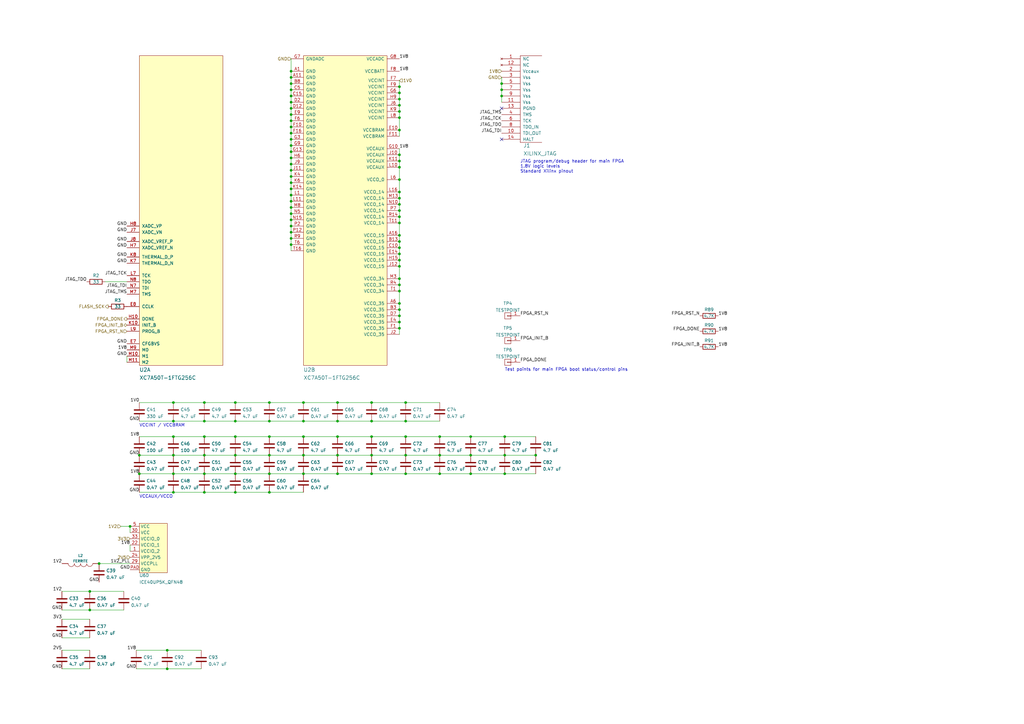
<source format=kicad_sch>
(kicad_sch (version 20211123) (generator eeschema)
  (paper "A3")
  (title_block (title "Digitizer board") (date "2023-01-31") (rev "0.1") (company "A. Zonenberg"))
  (junction (at 163.83 127))
  (junction (at 163.83 96.52))
  (junction (at 119.38 41.91))
  (junction (at 119.38 77.47))
  (junction (at 119.38 52.07))
  (junction (at 83.82 165.1))
  (junction (at 110.49 179.07))
  (junction (at 124.46 172.72))
  (junction (at 163.83 101.6))
  (junction (at 163.83 124.46))
  (junction (at 152.4 194.31))
  (junction (at 71.12 179.07))
  (junction (at 163.83 99.06))
  (junction (at 166.37 194.31))
  (junction (at 36.83 250.19))
  (junction (at 205.74 34.29))
  (junction (at 163.83 38.1))
  (junction (at 119.38 82.55))
  (junction (at 119.38 31.75))
  (junction (at 152.4 172.72))
  (junction (at 205.74 39.37))
  (junction (at 71.12 172.72))
  (junction (at 163.83 66.04))
  (junction (at 83.82 172.72))
  (junction (at 71.12 165.1))
  (junction (at 96.52 186.69))
  (junction (at 53.34 215.9))
  (junction (at 152.4 186.69))
  (junction (at 119.38 90.17))
  (junction (at 96.52 165.1))
  (junction (at 71.12 194.31))
  (junction (at 163.83 134.62))
  (junction (at 96.52 201.93))
  (junction (at 163.83 63.5))
  (junction (at 163.83 104.14))
  (junction (at 68.58 266.7))
  (junction (at 163.83 119.38))
  (junction (at 119.38 95.25))
  (junction (at 193.04 194.31))
  (junction (at 83.82 201.93))
  (junction (at 163.83 45.72))
  (junction (at 163.83 91.44))
  (junction (at 163.83 116.84))
  (junction (at 119.38 92.71))
  (junction (at 166.37 179.07))
  (junction (at 71.12 186.69))
  (junction (at 83.82 194.31))
  (junction (at 138.43 165.1))
  (junction (at 119.38 36.83))
  (junction (at 207.01 186.69))
  (junction (at 163.83 109.22))
  (junction (at 124.46 194.31))
  (junction (at 163.83 114.3))
  (junction (at 163.83 88.9))
  (junction (at 119.38 49.53))
  (junction (at 193.04 186.69))
  (junction (at 163.83 83.82))
  (junction (at 163.83 35.56))
  (junction (at 83.82 179.07))
  (junction (at 219.71 186.69))
  (junction (at 152.4 179.07))
  (junction (at 119.38 69.85))
  (junction (at 207.01 194.31))
  (junction (at 83.82 186.69))
  (junction (at 119.38 87.63))
  (junction (at 110.49 201.93))
  (junction (at 119.38 100.33))
  (junction (at 96.52 194.31))
  (junction (at 119.38 59.69))
  (junction (at 119.38 74.93))
  (junction (at 163.83 86.36))
  (junction (at 119.38 62.23))
  (junction (at 124.46 165.1))
  (junction (at 119.38 29.21))
  (junction (at 163.83 78.74))
  (junction (at 163.83 129.54))
  (junction (at 166.37 172.72))
  (junction (at 68.58 274.32))
  (junction (at 124.46 186.69))
  (junction (at 119.38 57.15))
  (junction (at 57.15 186.69))
  (junction (at 138.43 186.69))
  (junction (at 96.52 179.07))
  (junction (at 110.49 165.1))
  (junction (at 119.38 67.31))
  (junction (at 163.83 43.18))
  (junction (at 119.38 97.79))
  (junction (at 57.15 194.31))
  (junction (at 193.04 179.07))
  (junction (at 119.38 39.37))
  (junction (at 96.52 172.72))
  (junction (at 110.49 172.72))
  (junction (at 138.43 172.72))
  (junction (at 163.83 48.26))
  (junction (at 71.12 201.93))
  (junction (at 138.43 194.31))
  (junction (at 119.38 80.01))
  (junction (at 180.34 186.69))
  (junction (at 36.83 242.57))
  (junction (at 180.34 179.07))
  (junction (at 119.38 34.29))
  (junction (at 180.34 194.31))
  (junction (at 119.38 46.99))
  (junction (at 205.74 36.83))
  (junction (at 110.49 194.31))
  (junction (at 163.83 81.28))
  (junction (at 119.38 44.45))
  (junction (at 119.38 72.39))
  (junction (at 207.01 179.07))
  (junction (at 163.83 73.66))
  (junction (at 119.38 54.61))
  (junction (at 119.38 64.77))
  (junction (at 152.4 165.1))
  (junction (at 119.38 85.09))
  (junction (at 138.43 179.07))
  (junction (at 163.83 40.64))
  (junction (at 163.83 132.08))
  (junction (at 163.83 68.58))
  (junction (at 163.83 53.34))
  (junction (at 166.37 186.69))
  (junction (at 163.83 106.68))
  (junction (at 166.37 165.1))
  (junction (at 40.64 231.14))
  (junction (at 124.46 179.07))
  (junction (at 110.49 186.69))
  (no_connect (at 205.74 44.45))
  (no_connect (at 205.74 57.15))
  (wire (pts (xy 25.4 254) (xy 36.83 254)))
  (wire (pts (xy 25.4 250.19) (xy 36.83 250.19)))
  (wire (pts (xy 152.4 194.31) (xy 166.37 194.31)))
  (wire (pts (xy 96.52 186.69) (xy 110.49 186.69)))
  (wire (pts (xy 124.46 179.07) (xy 138.43 179.07)))
  (wire (pts (xy 152.4 186.69) (xy 166.37 186.69)))
  (wire (pts (xy 138.43 172.72) (xy 152.4 172.72)))
  (wire (pts (xy 193.04 179.07) (xy 207.01 179.07)))
  (wire (pts (xy 163.83 66.04) (xy 163.83 68.58)))
  (wire (pts (xy 124.46 172.72) (xy 138.43 172.72)))
  (wire (pts (xy 163.83 119.38) (xy 163.83 124.46)))
  (wire (pts (xy 119.38 87.63) (xy 119.38 90.17)))
  (wire (pts (xy 205.74 39.37) (xy 205.74 41.91)))
  (wire (pts (xy 57.15 172.72) (xy 71.12 172.72)))
  (wire (pts (xy 57.15 194.31) (xy 71.12 194.31)))
  (wire (pts (xy 193.04 194.31) (xy 207.01 194.31)))
  (wire (pts (xy 152.4 165.1) (xy 166.37 165.1)))
  (wire (pts (xy 119.38 72.39) (xy 119.38 74.93)))
  (wire (pts (xy 119.38 24.13) (xy 119.38 29.21)))
  (wire (pts (xy 138.43 194.31) (xy 152.4 194.31)))
  (wire (pts (xy 110.49 172.72) (xy 124.46 172.72)))
  (wire (pts (xy 166.37 172.72) (xy 180.34 172.72)))
  (wire (pts (xy 36.83 250.19) (xy 50.8 250.19)))
  (wire (pts (xy 110.49 201.93) (xy 124.46 201.93)))
  (wire (pts (xy 119.38 67.31) (xy 119.38 69.85)))
  (wire (pts (xy 83.82 201.93) (xy 96.52 201.93)))
  (wire (pts (xy 163.83 127) (xy 163.83 129.54)))
  (wire (pts (xy 83.82 186.69) (xy 96.52 186.69)))
  (wire (pts (xy 119.38 41.91) (xy 119.38 44.45)))
  (wire (pts (xy 119.38 34.29) (xy 119.38 36.83)))
  (wire (pts (xy 110.49 194.31) (xy 124.46 194.31)))
  (wire (pts (xy 166.37 194.31) (xy 180.34 194.31)))
  (wire (pts (xy 205.74 31.75) (xy 205.74 34.29)))
  (wire (pts (xy 163.83 99.06) (xy 163.83 101.6)))
  (wire (pts (xy 119.38 29.21) (xy 119.38 31.75)))
  (wire (pts (xy 163.83 48.26) (xy 163.83 53.34)))
  (wire (pts (xy 110.49 179.07) (xy 124.46 179.07)))
  (wire (pts (xy 25.4 266.7) (xy 36.83 266.7)))
  (wire (pts (xy 124.46 165.1) (xy 138.43 165.1)))
  (wire (pts (xy 119.38 46.99) (xy 119.38 49.53)))
  (wire (pts (xy 163.83 60.96) (xy 163.83 63.5)))
  (wire (pts (xy 53.34 215.9) (xy 53.34 218.44)))
  (wire (pts (xy 110.49 165.1) (xy 124.46 165.1)))
  (wire (pts (xy 43.18 115.57) (xy 52.07 115.57)))
  (wire (pts (xy 83.82 165.1) (xy 96.52 165.1)))
  (wire (pts (xy 119.38 85.09) (xy 119.38 87.63)))
  (wire (pts (xy 119.38 39.37) (xy 119.38 41.91)))
  (wire (pts (xy 152.4 179.07) (xy 166.37 179.07)))
  (wire (pts (xy 71.12 201.93) (xy 83.82 201.93)))
  (wire (pts (xy 71.12 179.07) (xy 83.82 179.07)))
  (wire (pts (xy 119.38 90.17) (xy 119.38 92.71)))
  (wire (pts (xy 96.52 194.31) (xy 110.49 194.31)))
  (wire (pts (xy 119.38 31.75) (xy 119.38 34.29)))
  (wire (pts (xy 163.83 91.44) (xy 163.83 96.52)))
  (wire (pts (xy 205.74 34.29) (xy 205.74 36.83)))
  (wire (pts (xy 163.83 68.58) (xy 163.83 73.66)))
  (wire (pts (xy 119.38 54.61) (xy 119.38 57.15)))
  (wire (pts (xy 68.58 274.32) (xy 82.55 274.32)))
  (wire (pts (xy 207.01 194.31) (xy 219.71 194.31)))
  (wire (pts (xy 119.38 82.55) (xy 119.38 85.09)))
  (wire (pts (xy 163.83 96.52) (xy 163.83 99.06)))
  (wire (pts (xy 52.07 146.05) (xy 52.07 148.59)))
  (wire (pts (xy 71.12 165.1) (xy 83.82 165.1)))
  (wire (pts (xy 138.43 186.69) (xy 152.4 186.69)))
  (wire (pts (xy 207.01 179.07) (xy 219.71 179.07)))
  (wire (pts (xy 119.38 62.23) (xy 119.38 64.77)))
  (wire (pts (xy 163.83 132.08) (xy 163.83 134.62)))
  (wire (pts (xy 163.83 86.36) (xy 163.83 88.9)))
  (wire (pts (xy 163.83 40.64) (xy 163.83 43.18)))
  (wire (pts (xy 55.88 266.7) (xy 68.58 266.7)))
  (wire (pts (xy 163.83 101.6) (xy 163.83 104.14)))
  (wire (pts (xy 71.12 194.31) (xy 83.82 194.31)))
  (wire (pts (xy 152.4 172.72) (xy 166.37 172.72)))
  (wire (pts (xy 68.58 266.7) (xy 82.55 266.7)))
  (wire (pts (xy 163.83 104.14) (xy 163.83 106.68)))
  (wire (pts (xy 25.4 261.62) (xy 36.83 261.62)))
  (wire (pts (xy 57.15 179.07) (xy 71.12 179.07)))
  (wire (pts (xy 71.12 172.72) (xy 83.82 172.72)))
  (wire (pts (xy 163.83 33.02) (xy 163.83 35.56)))
  (wire (pts (xy 119.38 100.33) (xy 119.38 102.87)))
  (wire (pts (xy 180.34 186.69) (xy 193.04 186.69)))
  (wire (pts (xy 163.83 129.54) (xy 163.83 132.08)))
  (wire (pts (xy 163.83 88.9) (xy 163.83 91.44)))
  (wire (pts (xy 124.46 186.69) (xy 138.43 186.69)))
  (wire (pts (xy 163.83 43.18) (xy 163.83 45.72)))
  (wire (pts (xy 163.83 106.68) (xy 163.83 109.22)))
  (wire (pts (xy 57.15 186.69) (xy 71.12 186.69)))
  (wire (pts (xy 55.88 274.32) (xy 68.58 274.32)))
  (wire (pts (xy 207.01 186.69) (xy 219.71 186.69)))
  (wire (pts (xy 180.34 194.31) (xy 193.04 194.31)))
  (wire (pts (xy 163.83 63.5) (xy 163.83 66.04)))
  (wire (pts (xy 163.83 114.3) (xy 163.83 116.84)))
  (wire (pts (xy 119.38 59.69) (xy 119.38 62.23)))
  (wire (pts (xy 53.34 223.52) (xy 53.34 226.06)))
  (wire (pts (xy 119.38 52.07) (xy 119.38 54.61)))
  (wire (pts (xy 163.83 45.72) (xy 163.83 48.26)))
  (wire (pts (xy 83.82 172.72) (xy 96.52 172.72)))
  (wire (pts (xy 163.83 134.62) (xy 163.83 137.16)))
  (wire (pts (xy 96.52 179.07) (xy 110.49 179.07)))
  (wire (pts (xy 119.38 57.15) (xy 119.38 59.69)))
  (wire (pts (xy 163.83 116.84) (xy 163.83 119.38)))
  (wire (pts (xy 163.83 81.28) (xy 163.83 83.82)))
  (wire (pts (xy 163.83 35.56) (xy 163.83 38.1)))
  (wire (pts (xy 163.83 38.1) (xy 163.83 40.64)))
  (wire (pts (xy 166.37 186.69) (xy 180.34 186.69)))
  (wire (pts (xy 119.38 95.25) (xy 119.38 97.79)))
  (wire (pts (xy 205.74 36.83) (xy 205.74 39.37)))
  (wire (pts (xy 119.38 80.01) (xy 119.38 82.55)))
  (wire (pts (xy 193.04 186.69) (xy 207.01 186.69)))
  (wire (pts (xy 119.38 36.83) (xy 119.38 39.37)))
  (wire (pts (xy 96.52 201.93) (xy 110.49 201.93)))
  (wire (pts (xy 96.52 165.1) (xy 110.49 165.1)))
  (wire (pts (xy 96.52 172.72) (xy 110.49 172.72)))
  (wire (pts (xy 40.64 231.14) (xy 53.34 231.14)))
  (wire (pts (xy 124.46 194.31) (xy 138.43 194.31)))
  (wire (pts (xy 119.38 77.47) (xy 119.38 80.01)))
  (wire (pts (xy 36.83 242.57) (xy 50.8 242.57)))
  (wire (pts (xy 119.38 97.79) (xy 119.38 100.33)))
  (wire (pts (xy 138.43 165.1) (xy 152.4 165.1)))
  (wire (pts (xy 138.43 179.07) (xy 152.4 179.07)))
  (wire (pts (xy 119.38 64.77) (xy 119.38 67.31)))
  (wire (pts (xy 163.83 109.22) (xy 163.83 114.3)))
  (wire (pts (xy 119.38 92.71) (xy 119.38 95.25)))
  (wire (pts (xy 163.83 78.74) (xy 163.83 81.28)))
  (wire (pts (xy 180.34 179.07) (xy 193.04 179.07)))
  (wire (pts (xy 119.38 74.93) (xy 119.38 77.47)))
  (wire (pts (xy 163.83 73.66) (xy 163.83 78.74)))
  (wire (pts (xy 163.83 53.34) (xy 163.83 55.88)))
  (wire (pts (xy 71.12 186.69) (xy 83.82 186.69)))
  (wire (pts (xy 49.53 215.9) (xy 53.34 215.9)))
  (wire (pts (xy 25.4 242.57) (xy 36.83 242.57)))
  (wire (pts (xy 166.37 165.1) (xy 180.34 165.1)))
  (wire (pts (xy 25.4 274.32) (xy 36.83 274.32)))
  (wire (pts (xy 57.15 201.93) (xy 71.12 201.93)))
  (wire (pts (xy 163.83 83.82) (xy 163.83 86.36)))
  (wire (pts (xy 83.82 179.07) (xy 96.52 179.07)))
  (wire (pts (xy 119.38 44.45) (xy 119.38 46.99)))
  (wire (pts (xy 119.38 49.53) (xy 119.38 52.07)))
  (wire (pts (xy 163.83 124.46) (xy 163.83 127)))
  (wire (pts (xy 119.38 69.85) (xy 119.38 72.39)))
  (wire (pts (xy 110.49 186.69) (xy 124.46 186.69)))
  (wire (pts (xy 166.37 179.07) (xy 180.34 179.07)))
  (wire (pts (xy 83.82 194.31) (xy 96.52 194.31)))
  (wire (pts (xy 57.15 165.1) (xy 71.12 165.1)))
  (text "JTAG program/debug header for main FPGA\n1.8V logic levels\nStandard Xilinx pinout" (at 213.36 71.12 0) (effects (font (size 1.27 1.27)) (justify left bottom)))
  (text "Test points for main FPGA boot status/control pins" (at 207.01 152.4 0) (effects (font (size 1.27 1.27)) (justify left bottom)))
  (text "VCCINT / VCCBRAM" (at 57.15 175.26 0) (effects (font (size 1.27 1.27)) (justify left bottom)))
  (text "VCCAUX/VCCO" (at 57.15 204.47 0) (effects (font (size 1.27 1.27)) (justify left bottom)))
  (label "GND" (at 52.07 95.25 180))
  (label "1V0" (at 57.15 165.1 180))
  (label "FPGA_RST_N" (at 213.36 129.54 0))
  (label "1V8" (at 52.07 143.51 180))
  (label "GND" (at 53.34 233.68 180))
  (label "GND" (at 52.07 92.71 180))
  (label "FPGA_DONE" (at 213.36 148.59 0))
  (label "JTAG_TMS" (at 205.74 46.99 180))
  (label "1V2_PLL" (at 53.34 231.14 180))
  (label "GND" (at 57.15 172.72 180))
  (label "JTAG_TCK" (at 52.07 113.03 180))
  (label "JTAG_TMS" (at 52.07 120.65 180))
  (label "JTAG_TDO" (at 35.56 115.57 180))
  (label "1V2" (at 25.4 242.57 180))
  (label "3V3" (at 25.4 254 180))
  (label "GND" (at 52.07 105.41 180))
  (label "GND" (at 25.4 261.62 180))
  (label "1V8" (at 163.83 24.13 0))
  (label "1V8" (at 57.15 179.07 180))
  (label "FPGA_INIT_B" (at 287.02 142.24 180))
  (label "GND" (at 55.88 274.32 180))
  (label "JTAG_TDO" (at 205.74 52.07 180))
  (label "GND" (at 52.07 140.97 180))
  (label "GND" (at 25.4 250.19 180))
  (label "1V8" (at 163.83 60.96 0))
  (label "GND" (at 40.64 238.76 180))
  (label "1V8" (at 53.34 223.52 180))
  (label "FPGA_DONE" (at 287.02 135.89 180))
  (label "1V2" (at 25.4 231.14 180))
  (label "FPGA_RST_N" (at 287.02 129.54 180))
  (label "GND" (at 52.07 101.6 180))
  (label "GND" (at 57.15 186.69 180))
  (label "GND" (at 52.07 99.06 180))
  (label "FPGA_INIT_B" (at 213.36 139.7 0))
  (label "JTAG_TCK" (at 205.74 49.53 180))
  (label "2V5" (at 25.4 266.7 180))
  (label "GND" (at 57.15 201.93 180))
  (label "1V8" (at 55.88 266.7 180))
  (label "1V8" (at 294.64 135.89 0))
  (label "1V8" (at 294.64 142.24 0))
  (label "JTAG_TDI" (at 52.07 118.11 180))
  (label "JTAG_TDI" (at 205.74 54.61 180))
  (label "GND" (at 25.4 274.32 180))
  (label "GND" (at 52.07 107.95 180))
  (label "1V8" (at 163.83 29.21 0))
  (label "GND" (at 52.07 146.05 180))
  (label "1V8" (at 294.64 129.54 0))
  (label "1V8" (at 57.15 194.31 180))
  (hierarchical_label "1V0" (shape input) (at 163.83 33.02 0))
  (hierarchical_label "FPGA_INIT_B" (shape bidirectional) (at 52.07 133.35 180))
  (hierarchical_label "1V8" (shape input) (at 205.74 29.21 180))
  (hierarchical_label "FLASH_SCK" (shape output) (at 44.45 125.73 180))
  (hierarchical_label "GND" (shape input) (at 119.38 24.13 180))
  (hierarchical_label "FPGA_RST_N" (shape input) (at 52.07 135.89 180))
  (hierarchical_label "FPGA_DONE" (shape output) (at 52.07 130.81 180))
  (hierarchical_label "3V3" (shape input) (at 53.34 220.98 180))
  (hierarchical_label "GND" (shape input) (at 205.74 31.75 180))
  (hierarchical_label "2V5" (shape input) (at 53.34 228.6 180))
  (hierarchical_label "1V2" (shape input) (at 49.53 215.9 180))
  (symbol (lib_id "device:C") (at 152.4 182.88 0) (unit 1)
    (property "Reference" "C69" (at 155.321 181.9715 0) (effects (justify left)))
    (property "Value" "4.7 uF" (at 155.321 184.7466 0) (effects (justify left)))
    (property "Footprint" "azonenberg_pcb:EIA_0603_CAP_NOSILK" (effects hide))
  )
  (symbol (lib_id "device:C") (at 124.46 190.5 0) (unit 1)
    (property "Reference" "C63" (at 127.381 189.5915 0) (effects (justify left)))
    (property "Value" "0.47 uF" (at 127.381 192.3666 0) (effects (justify left)))
    (property "Footprint" "azonenberg_pcb:EIA_0402_CAP_NOSILK" (effects hide))
  )
  (symbol (lib_id "conn:CONN_01X01") (at 208.28 148.59 180) (unit 1)
    (property "Reference" "TP6" (at 208.28 143.4805 0))
    (property "Value" "TESTPOINT" (at 208.28 146.2556 0))
    (property "Footprint" "azonenberg_pcb:TESTPOINT_SMT_0.5MM" (effects hide))
  )
  (symbol (lib_id "device:C") (at 36.83 257.81 0) (unit 1)
    (property "Reference" "C37" (at 39.751 256.9015 0) (effects (justify left)))
    (property "Value" "0.47 uF" (at 39.751 259.6766 0) (effects (justify left)))
    (property "Footprint" "azonenberg_pcb:EIA_0402_CAP_NOSILK" (effects hide))
  )
  (symbol (lib_id "device:C") (at 25.4 246.38 0) (unit 1)
    (property "Reference" "C33" (at 28.321 245.4715 0) (effects (justify left)))
    (property "Value" "4.7 uF" (at 28.321 248.2466 0) (effects (justify left)))
    (property "Footprint" "azonenberg_pcb:EIA_0603_CAP_NOSILK" (effects hide))
  )
  (symbol (lib_id "device:C") (at 124.46 198.12 0) (unit 1)
    (property "Reference" "C64" (at 127.381 197.2115 0) (effects (justify left)))
    (property "Value" "0.47 uF" (at 127.381 199.9866 0) (effects (justify left)))
    (property "Footprint" "azonenberg_pcb:EIA_0402_CAP_NOSILK" (effects hide))
  )
  (symbol (lib_id "device:R") (at 290.83 129.54 90) (unit 1)
    (property "Reference" "R89" (at 290.83 127 90))
    (property "Value" "4.7K" (at 290.83 129.54 90))
    (property "Footprint" "azonenberg_pcb:EIA_0402_RES_NOSILK" (effects hide))
  )
  (symbol (lib_id "device:R") (at 290.83 135.89 90) (unit 1)
    (property "Reference" "R90" (at 290.83 133.35 90))
    (property "Value" "4.7K" (at 290.83 135.89 90))
    (property "Footprint" "azonenberg_pcb:EIA_0402_RES_NOSILK" (effects hide))
  )
  (symbol (lib_id "device:C") (at 55.88 270.51 0) (unit 1)
    (property "Reference" "C91" (at 58.801 269.6015 0) (effects (justify left)))
    (property "Value" "4.7 uF" (at 58.801 272.3766 0) (effects (justify left)))
    (property "Footprint" "azonenberg_pcb:EIA_0603_CAP_NOSILK" (effects hide))
  )
  (symbol (lib_id "device:C") (at 110.49 182.88 0) (unit 1)
    (property "Reference" "C58" (at 113.411 181.9715 0) (effects (justify left)))
    (property "Value" "4.7 uF" (at 113.411 184.7466 0) (effects (justify left)))
    (property "Footprint" "azonenberg_pcb:EIA_0603_CAP_NOSILK" (effects hide))
  )
  (symbol (lib_id "device:C") (at 50.8 246.38 0) (unit 1)
    (property "Reference" "C40" (at 53.721 245.4715 0) (effects (justify left)))
    (property "Value" "0.47 uF" (at 53.721 248.2466 0) (effects (justify left)))
    (property "Footprint" "azonenberg_pcb:EIA_0402_CAP_NOSILK" (effects hide))
  )
  (symbol (lib_id "xilinx-azonenberg:XILINX_JTAG") (at 205.74 57.15 0) (unit 1)
    (property "Reference" "J1" (at 214.63 59.69 0) (effects (font (size 1.524 1.524)) (justify left)))
    (property "Value" "XILINX_JTAG" (at 214.63 62.969 0) (effects (font (size 1.524 1.524)) (justify left)))
    (property "Footprint" "azonenberg_pcb:XILINX_JTAG_PTH_MOLEX_0878311420" (effects hide))
  )
  (symbol (lib_id "device:C") (at 83.82 198.12 0) (unit 1)
    (property "Reference" "C52" (at 86.741 197.2115 0) (effects (justify left)))
    (property "Value" "0.47 uF" (at 86.741 199.9866 0) (effects (justify left)))
    (property "Footprint" "azonenberg_pcb:EIA_0402_CAP_NOSILK" (effects hide))
  )
  (symbol (lib_id "device:C") (at 71.12 198.12 0) (unit 1)
    (property "Reference" "C48" (at 74.041 197.2115 0) (effects (justify left)))
    (property "Value" "0.47 uF" (at 74.041 199.9866 0) (effects (justify left)))
    (property "Footprint" "azonenberg_pcb:EIA_0402_CAP_NOSILK" (effects hide))
  )
  (symbol (lib_id "device:C") (at 71.12 190.5 0) (unit 1)
    (property "Reference" "C47" (at 74.041 189.5915 0) (effects (justify left)))
    (property "Value" "0.47 uF" (at 74.041 192.3666 0) (effects (justify left)))
    (property "Footprint" "azonenberg_pcb:EIA_0402_CAP_NOSILK" (effects hide))
  )
  (symbol (lib_id "passive-azonenberg:INDUCTOR_PWROUT") (at 33.02 231.14 270) (unit 1)
    (property "Reference" "L2" (at 33.02 227.8652 90) (effects (font (size 1.016 1.016))))
    (property "Value" "FERRITE" (at 33.02 230.136 90) (effects (font (size 1.016 1.016))))
    (property "Footprint" "azonenberg_pcb:EIA_0603_INDUCTOR_NOSILK" (effects hide))
  )
  (symbol (lib_id "device:C") (at 166.37 168.91 0) (unit 1)
    (property "Reference" "C71" (at 169.291 168.0015 0) (effects (justify left)))
    (property "Value" "0.47 uF" (at 169.291 170.7766 0) (effects (justify left)))
    (property "Footprint" "azonenberg_pcb:EIA_0402_CAP_NOSILK" (effects hide))
  )
  (symbol (lib_id "device:C") (at 82.55 270.51 0) (unit 1)
    (property "Reference" "C93" (at 85.471 269.6015 0) (effects (justify left)))
    (property "Value" "0.47 uF" (at 85.471 272.3766 0) (effects (justify left)))
    (property "Footprint" "azonenberg_pcb:EIA_0402_CAP_NOSILK" (effects hide))
  )
  (symbol (lib_id "device:C") (at 110.49 198.12 0) (unit 1)
    (property "Reference" "C60" (at 113.411 197.2115 0) (effects (justify left)))
    (property "Value" "0.47 uF" (at 113.411 199.9866 0) (effects (justify left)))
    (property "Footprint" "azonenberg_pcb:EIA_0402_CAP_NOSILK" (effects hide))
  )
  (symbol (lib_id "device:C") (at 180.34 168.91 0) (unit 1)
    (property "Reference" "C74" (at 183.261 168.0015 0) (effects (justify left)))
    (property "Value" "0.47 uF" (at 183.261 170.7766 0) (effects (justify left)))
    (property "Footprint" "azonenberg_pcb:EIA_0402_CAP_NOSILK" (effects hide))
  )
  (symbol (lib_id "device:C") (at 96.52 182.88 0) (unit 1)
    (property "Reference" "C54" (at 99.441 181.9715 0) (effects (justify left)))
    (property "Value" "4.7 uF" (at 99.441 184.7466 0) (effects (justify left)))
    (property "Footprint" "azonenberg_pcb:EIA_0603_CAP_NOSILK" (effects hide))
  )
  (symbol (lib_id "device:C") (at 25.4 270.51 0) (unit 1)
    (property "Reference" "C35" (at 28.321 269.6015 0) (effects (justify left)))
    (property "Value" "4.7 uF" (at 28.321 272.3766 0) (effects (justify left)))
    (property "Footprint" "azonenberg_pcb:EIA_0603_CAP_NOSILK" (effects hide))
  )
  (symbol (lib_id "device:C") (at 25.4 257.81 0) (unit 1)
    (property "Reference" "C34" (at 28.321 256.9015 0) (effects (justify left)))
    (property "Value" "4.7 uF" (at 28.321 259.6766 0) (effects (justify left)))
    (property "Footprint" "azonenberg_pcb:EIA_0603_CAP_NOSILK" (effects hide))
  )
  (symbol (lib_id "device:C") (at 57.15 182.88 0) (unit 1)
    (property "Reference" "C42" (at 60.071 181.9715 0) (effects (justify left)))
    (property "Value" "100 uF" (at 60.071 184.7466 0) (effects (justify left)))
    (property "Footprint" "azonenberg_pcb:EIA_1206_CAP_NOSILK" (effects hide))
  )
  (symbol (lib_id "device:C") (at 219.71 190.5 0) (unit 1)
    (property "Reference" "C82" (at 222.631 189.5915 0) (effects (justify left)))
    (property "Value" "0.47 uF" (at 222.631 192.3666 0) (effects (justify left)))
    (property "Footprint" "azonenberg_pcb:EIA_0402_CAP_NOSILK" (effects hide))
  )
  (symbol (lib_id "device:C") (at 193.04 190.5 0) (unit 1)
    (property "Reference" "C78" (at 195.961 189.5915 0) (effects (justify left)))
    (property "Value" "0.47 uF" (at 195.961 192.3666 0) (effects (justify left)))
    (property "Footprint" "azonenberg_pcb:EIA_0402_CAP_NOSILK" (effects hide))
  )
  (symbol (lib_id "device:C") (at 57.15 198.12 0) (unit 1)
    (property "Reference" "C44" (at 60.071 197.2115 0) (effects (justify left)))
    (property "Value" "0.47 uF" (at 60.071 199.9866 0) (effects (justify left)))
    (property "Footprint" "azonenberg_pcb:EIA_0402_CAP_NOSILK" (effects hide))
  )
  (symbol (lib_id "device:C") (at 152.4 190.5 0) (unit 1)
    (property "Reference" "C70" (at 155.321 189.5915 0) (effects (justify left)))
    (property "Value" "0.47 uF" (at 155.321 192.3666 0) (effects (justify left)))
    (property "Footprint" "azonenberg_pcb:EIA_0402_CAP_NOSILK" (effects hide))
  )
  (symbol (lib_id "device:C") (at 110.49 190.5 0) (unit 1)
    (property "Reference" "C59" (at 113.411 189.5915 0) (effects (justify left)))
    (property "Value" "0.47 uF" (at 113.411 192.3666 0) (effects (justify left)))
    (property "Footprint" "azonenberg_pcb:EIA_0402_CAP_NOSILK" (effects hide))
  )
  (symbol (lib_id "conn:CONN_01X01") (at 208.28 139.7 180) (unit 1)
    (property "Reference" "TP5" (at 208.28 134.5905 0))
    (property "Value" "TESTPOINT" (at 208.28 137.3656 0))
    (property "Footprint" "azonenberg_pcb:TESTPOINT_SMT_0.5MM" (effects hide))
  )
  (symbol (lib_id "device:C") (at 57.15 190.5 0) (unit 1)
    (property "Reference" "C43" (at 60.071 189.5915 0) (effects (justify left)))
    (property "Value" "0.47 uF" (at 60.071 192.3666 0) (effects (justify left)))
    (property "Footprint" "azonenberg_pcb:EIA_0402_CAP_NOSILK" (effects hide))
  )
  (symbol (lib_id "device:C") (at 219.71 182.88 0) (unit 1)
    (property "Reference" "C81" (at 222.631 181.9715 0) (effects (justify left)))
    (property "Value" "4.7 uF" (at 222.631 184.7466 0) (effects (justify left)))
    (property "Footprint" "azonenberg_pcb:EIA_0603_CAP_NOSILK" (effects hide))
  )
  (symbol (lib_id "device:C") (at 96.52 168.91 0) (unit 1)
    (property "Reference" "C53" (at 99.441 168.0015 0) (effects (justify left)))
    (property "Value" "4.7 uF" (at 99.441 170.7766 0) (effects (justify left)))
    (property "Footprint" "azonenberg_pcb:EIA_0603_CAP_NOSILK" (effects hide))
  )
  (symbol (lib_id "device:C") (at 110.49 168.91 0) (unit 1)
    (property "Reference" "C57" (at 113.411 168.0015 0) (effects (justify left)))
    (property "Value" "0.47 uF" (at 113.411 170.7766 0) (effects (justify left)))
    (property "Footprint" "azonenberg_pcb:EIA_0402_CAP_NOSILK" (effects hide))
  )
  (symbol (lib_id "device:C") (at 138.43 190.5 0) (unit 1)
    (property "Reference" "C67" (at 141.351 189.5915 0) (effects (justify left)))
    (property "Value" "0.47 uF" (at 141.351 192.3666 0) (effects (justify left)))
    (property "Footprint" "azonenberg_pcb:EIA_0402_CAP_NOSILK" (effects hide))
  )
  (symbol (lib_id "device:R") (at 290.83 142.24 90) (unit 1)
    (property "Reference" "R91" (at 290.83 139.7 90))
    (property "Value" "4.7K" (at 290.83 142.24 90))
    (property "Footprint" "azonenberg_pcb:EIA_0402_RES_NOSILK" (effects hide))
  )
  (symbol (lib_id "device:C") (at 36.83 246.38 0) (unit 1)
    (property "Reference" "C36" (at 39.751 245.4715 0) (effects (justify left)))
    (property "Value" "0.47 uF" (at 39.751 248.2466 0) (effects (justify left)))
    (property "Footprint" "azonenberg_pcb:EIA_0402_CAP_NOSILK" (effects hide))
  )
  (symbol (lib_id "device:C") (at 124.46 168.91 0) (unit 1)
    (property "Reference" "C61" (at 127.381 168.0015 0) (effects (justify left)))
    (property "Value" "0.47 uF" (at 127.381 170.7766 0) (effects (justify left)))
    (property "Footprint" "azonenberg_pcb:EIA_0402_CAP_NOSILK" (effects hide))
  )
  (symbol (lib_id "device:C") (at 96.52 198.12 0) (unit 1)
    (property "Reference" "C56" (at 99.441 197.2115 0) (effects (justify left)))
    (property "Value" "0.47 uF" (at 99.441 199.9866 0) (effects (justify left)))
    (property "Footprint" "azonenberg_pcb:EIA_0402_CAP_NOSILK" (effects hide))
  )
  (symbol (lib_id "device:C") (at 83.82 182.88 0) (unit 1)
    (property "Reference" "C50" (at 86.741 181.9715 0) (effects (justify left)))
    (property "Value" "47 uF" (at 86.741 184.7466 0) (effects (justify left)))
    (property "Footprint" "azonenberg_pcb:EIA_1210_CAP_NOSILK" (effects hide))
  )
  (symbol (lib_id "device:C") (at 207.01 190.5 0) (unit 1)
    (property "Reference" "C80" (at 209.931 189.5915 0) (effects (justify left)))
    (property "Value" "0.47 uF" (at 209.931 192.3666 0) (effects (justify left)))
    (property "Footprint" "azonenberg_pcb:EIA_0402_CAP_NOSILK" (effects hide))
  )
  (symbol (lib_id "device:C") (at 36.83 270.51 0) (unit 1)
    (property "Reference" "C38" (at 39.751 269.6015 0) (effects (justify left)))
    (property "Value" "0.47 uF" (at 39.751 272.3766 0) (effects (justify left)))
    (property "Footprint" "azonenberg_pcb:EIA_0402_CAP_NOSILK" (effects hide))
  )
  (symbol (lib_id "device:R") (at 48.26 125.73 90) (unit 1)
    (property "Reference" "R3" (at 48.26 123.19 90))
    (property "Value" "33" (at 48.26 125.73 90))
    (property "Footprint" "azonenberg_pcb:EIA_0402_RES_NOSILK" (effects hide))
  )
  (symbol (lib_id "device:C") (at 40.64 234.95 0) (unit 1)
    (property "Reference" "C39" (at 43.561 234.0415 0) (effects (justify left)))
    (property "Value" "0.47 uF" (at 43.561 236.8166 0) (effects (justify left)))
    (property "Footprint" "azonenberg_pcb:EIA_0402_CAP_NOSILK" (effects hide))
  )
  (symbol (lib_id "device:C") (at 180.34 190.5 0) (unit 1)
    (property "Reference" "C76" (at 183.261 189.5915 0) (effects (justify left)))
    (property "Value" "0.47 uF" (at 183.261 192.3666 0) (effects (justify left)))
    (property "Footprint" "azonenberg_pcb:EIA_0402_CAP_NOSILK" (effects hide))
  )
  (symbol (lib_id "xilinx-azonenberg:XC7AxT-xFTG256x") (at 57.15 148.59 0) (unit 1)
    (property "Reference" "U2" (at 57.15 151.661 0) (effects (font (size 1.524 1.524)) (justify left)))
    (property "Value" "XC7A50T-1FTG256C" (at 57.15 154.94 0) (effects (font (size 1.524 1.524)) (justify left)))
    (property "Footprint" "azonenberg_pcb:BGA_256_17x17_FULLARRAY_1MM_0.4MM_FTG256" (effects hide))
  )
  (symbol (lib_id "device:C") (at 57.15 168.91 0) (unit 1)
    (property "Reference" "C41" (at 60.071 168.0015 0) (effects (justify left)))
    (property "Value" "330 uF" (at 60.071 170.7766 0) (effects (justify left)))
    (property "Footprint" "azonenberg_pcb:EIA_1210_CAP_NOSILK" (effects hide))
  )
  (symbol (lib_id "device:C") (at 166.37 182.88 0) (unit 1)
    (property "Reference" "C72" (at 169.291 181.9715 0) (effects (justify left)))
    (property "Value" "4.7 uF" (at 169.291 184.7466 0) (effects (justify left)))
    (property "Footprint" "azonenberg_pcb:EIA_0603_CAP_NOSILK" (effects hide))
  )
  (symbol (lib_id "device:C") (at 96.52 190.5 0) (unit 1)
    (property "Reference" "C55" (at 99.441 189.5915 0) (effects (justify left)))
    (property "Value" "0.47 uF" (at 99.441 192.3666 0) (effects (justify left)))
    (property "Footprint" "azonenberg_pcb:EIA_0402_CAP_NOSILK" (effects hide))
  )
  (symbol (lib_id "device:C") (at 71.12 168.91 0) (unit 1)
    (property "Reference" "C45" (at 74.041 168.0015 0) (effects (justify left)))
    (property "Value" "4.7 uF" (at 74.041 170.7766 0) (effects (justify left)))
    (property "Footprint" "azonenberg_pcb:EIA_0603_CAP_NOSILK" (effects hide))
  )
  (symbol (lib_id "device:C") (at 68.58 270.51 0) (unit 1)
    (property "Reference" "C92" (at 71.501 269.6015 0) (effects (justify left)))
    (property "Value" "0.47 uF" (at 71.501 272.3766 0) (effects (justify left)))
    (property "Footprint" "azonenberg_pcb:EIA_0402_CAP_NOSILK" (effects hide))
  )
  (symbol (lib_id "conn:CONN_01X01") (at 208.28 129.54 180) (unit 1)
    (property "Reference" "TP4" (at 208.28 124.4305 0))
    (property "Value" "TESTPOINT" (at 208.28 127.2056 0))
    (property "Footprint" "azonenberg_pcb:TESTPOINT_SMT_0.5MM" (effects hide))
  )
  (symbol (lib_id "device:C") (at 166.37 190.5 0) (unit 1)
    (property "Reference" "C73" (at 169.291 189.5915 0) (effects (justify left)))
    (property "Value" "0.47 uF" (at 169.291 192.3666 0) (effects (justify left)))
    (property "Footprint" "azonenberg_pcb:EIA_0402_CAP_NOSILK" (effects hide))
  )
  (symbol (lib_id "device:C") (at 83.82 190.5 0) (unit 1)
    (property "Reference" "C51" (at 86.741 189.5915 0) (effects (justify left)))
    (property "Value" "0.47 uF" (at 86.741 192.3666 0) (effects (justify left)))
    (property "Footprint" "azonenberg_pcb:EIA_0402_CAP_NOSILK" (effects hide))
  )
  (symbol (lib_id "device:C") (at 124.46 182.88 0) (unit 1)
    (property "Reference" "C62" (at 127.381 181.9715 0) (effects (justify left)))
    (property "Value" "4.7 uF" (at 127.381 184.7466 0) (effects (justify left)))
    (property "Footprint" "azonenberg_pcb:EIA_0603_CAP_NOSILK" (effects hide))
  )
  (symbol (lib_id "device:C") (at 138.43 182.88 0) (unit 1)
    (property "Reference" "C66" (at 141.351 181.9715 0) (effects (justify left)))
    (property "Value" "4.7 uF" (at 141.351 184.7466 0) (effects (justify left)))
    (property "Footprint" "azonenberg_pcb:EIA_0603_CAP_NOSILK" (effects hide))
  )
  (symbol (lib_id "lattice-azonenberg:ICE40UP5K_QFN48") (at 57.15 234.95 0) (unit 4)
    (property "Reference" "U6" (at 57.15 235.9849 0) (effects (justify left)))
    (property "Value" "ICE40UP5K_QFN48" (at 57.15 238.76 0) (effects (justify left)))
    (property "Footprint" "azonenberg_pcb:QFN_48_0.5MM_7x7MM" (effects hide))
  )
  (symbol (lib_id "device:C") (at 152.4 168.91 0) (unit 1)
    (property "Reference" "C68" (at 155.321 168.0015 0) (effects (justify left)))
    (property "Value" "0.47 uF" (at 155.321 170.7766 0) (effects (justify left)))
    (property "Footprint" "azonenberg_pcb:EIA_0402_CAP_NOSILK" (effects hide))
  )
  (symbol (lib_id "device:C") (at 71.12 182.88 0) (unit 1)
    (property "Reference" "C46" (at 74.041 181.9715 0) (effects (justify left)))
    (property "Value" "100 uF" (at 74.041 184.7466 0) (effects (justify left)))
    (property "Footprint" "azonenberg_pcb:EIA_1206_CAP_NOSILK" (effects hide))
  )
  (symbol (lib_id "xilinx-azonenberg:XC7AxT-xFTG256x") (at 124.46 148.59 0) (unit 2)
    (property "Reference" "U2" (at 124.46 151.661 0) (effects (font (size 1.524 1.524)) (justify left)))
    (property "Value" "XC7A50T-1FTG256C" (at 124.46 154.94 0) (effects (font (size 1.524 1.524)) (justify left)))
    (property "Footprint" "azonenberg_pcb:BGA_256_17x17_FULLARRAY_1MM_0.4MM_FTG256" (effects hide))
  )
  (symbol (lib_id "device:C") (at 207.01 182.88 0) (unit 1)
    (property "Reference" "C79" (at 209.931 181.9715 0) (effects (justify left)))
    (property "Value" "4.7 uF" (at 209.931 184.7466 0) (effects (justify left)))
    (property "Footprint" "azonenberg_pcb:EIA_0603_CAP_NOSILK" (effects hide))
  )
  (symbol (lib_id "device:C") (at 193.04 182.88 0) (unit 1)
    (property "Reference" "C77" (at 195.961 181.9715 0) (effects (justify left)))
    (property "Value" "4.7 uF" (at 195.961 184.7466 0) (effects (justify left)))
    (property "Footprint" "azonenberg_pcb:EIA_0603_CAP_NOSILK" (effects hide))
  )
  (symbol (lib_id "device:R") (at 39.37 115.57 90) (unit 1)
    (property "Reference" "R2" (at 39.37 113.03 90))
    (property "Value" "33" (at 39.37 115.57 90))
    (property "Footprint" "azonenberg_pcb:EIA_0402_RES_NOSILK" (effects hide))
  )
  (symbol (lib_id "device:C") (at 180.34 182.88 0) (unit 1)
    (property "Reference" "C75" (at 183.261 181.9715 0) (effects (justify left)))
    (property "Value" "4.7 uF" (at 183.261 184.7466 0) (effects (justify left)))
    (property "Footprint" "azonenberg_pcb:EIA_0603_CAP_NOSILK" (effects hide))
  )
  (symbol (lib_id "device:C") (at 138.43 168.91 0) (unit 1)
    (property "Reference" "C65" (at 141.351 168.0015 0) (effects (justify left)))
    (property "Value" "0.47 uF" (at 141.351 170.7766 0) (effects (justify left)))
    (property "Footprint" "azonenberg_pcb:EIA_0402_CAP_NOSILK" (effects hide))
  )
  (symbol (lib_id "device:C") (at 83.82 168.91 0) (unit 1)
    (property "Reference" "C49" (at 86.741 168.0015 0) (effects (justify left)))
    (property "Value" "4.7 uF" (at 86.741 170.7766 0) (effects (justify left)))
    (property "Footprint" "azonenberg_pcb:EIA_0603_CAP_NOSILK" (effects hide))
  )
)
</source>
